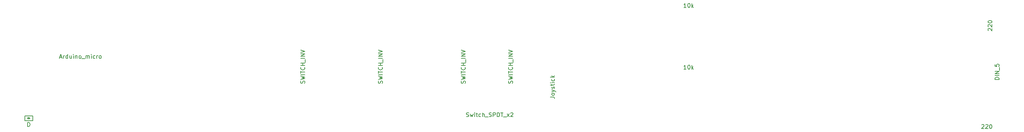
<source format=gbr>
G04 #@! TF.FileFunction,Other,Fab,Top*
%FSLAX46Y46*%
G04 Gerber Fmt 4.6, Leading zero omitted, Abs format (unit mm)*
G04 Created by KiCad (PCBNEW 4.0.4+e1-6308~48~ubuntu16.04.1-stable) date Sun Oct  9 19:18:54 2016*
%MOMM*%
%LPD*%
G01*
G04 APERTURE LIST*
%ADD10C,0.100000*%
%ADD11C,0.150000*%
G04 APERTURE END LIST*
D10*
D11*
X140770000Y-146050000D02*
X140570000Y-146050000D01*
X141070000Y-146050000D02*
X141270000Y-146050000D01*
X141070000Y-146250000D02*
X141070000Y-145850000D01*
X140770000Y-145850000D02*
X140770000Y-146250000D01*
X141070000Y-146050000D02*
X140770000Y-145850000D01*
X140770000Y-146250000D02*
X141070000Y-146050000D01*
X141970000Y-145450000D02*
X141970000Y-146650000D01*
X139970000Y-145450000D02*
X141970000Y-145450000D01*
X139970000Y-146650000D02*
X139970000Y-145450000D01*
X141970000Y-146650000D02*
X139970000Y-146650000D01*
X378912381Y-136500952D02*
X377912381Y-136500952D01*
X377912381Y-136262857D01*
X377960000Y-136119999D01*
X378055238Y-136024761D01*
X378150476Y-135977142D01*
X378340952Y-135929523D01*
X378483810Y-135929523D01*
X378674286Y-135977142D01*
X378769524Y-136024761D01*
X378864762Y-136119999D01*
X378912381Y-136262857D01*
X378912381Y-136500952D01*
X378912381Y-135500952D02*
X377912381Y-135500952D01*
X378912381Y-135024762D02*
X377912381Y-135024762D01*
X378912381Y-134453333D01*
X377912381Y-134453333D01*
X379007619Y-134215238D02*
X379007619Y-133453333D01*
X377912381Y-132739047D02*
X377912381Y-133215238D01*
X378388571Y-133262857D01*
X378340952Y-133215238D01*
X378293333Y-133120000D01*
X378293333Y-132881904D01*
X378340952Y-132786666D01*
X378388571Y-132739047D01*
X378483810Y-132691428D01*
X378721905Y-132691428D01*
X378817143Y-132739047D01*
X378864762Y-132786666D01*
X378912381Y-132881904D01*
X378912381Y-133120000D01*
X378864762Y-133215238D01*
X378817143Y-133262857D01*
X208604762Y-137421428D02*
X208652381Y-137278571D01*
X208652381Y-137040475D01*
X208604762Y-136945237D01*
X208557143Y-136897618D01*
X208461905Y-136849999D01*
X208366667Y-136849999D01*
X208271429Y-136897618D01*
X208223810Y-136945237D01*
X208176190Y-137040475D01*
X208128571Y-137230952D01*
X208080952Y-137326190D01*
X208033333Y-137373809D01*
X207938095Y-137421428D01*
X207842857Y-137421428D01*
X207747619Y-137373809D01*
X207700000Y-137326190D01*
X207652381Y-137230952D01*
X207652381Y-136992856D01*
X207700000Y-136849999D01*
X207652381Y-136516666D02*
X208652381Y-136278571D01*
X207938095Y-136088094D01*
X208652381Y-135897618D01*
X207652381Y-135659523D01*
X208652381Y-135278571D02*
X207652381Y-135278571D01*
X207652381Y-134945238D02*
X207652381Y-134373809D01*
X208652381Y-134659524D02*
X207652381Y-134659524D01*
X208557143Y-133469047D02*
X208604762Y-133516666D01*
X208652381Y-133659523D01*
X208652381Y-133754761D01*
X208604762Y-133897619D01*
X208509524Y-133992857D01*
X208414286Y-134040476D01*
X208223810Y-134088095D01*
X208080952Y-134088095D01*
X207890476Y-134040476D01*
X207795238Y-133992857D01*
X207700000Y-133897619D01*
X207652381Y-133754761D01*
X207652381Y-133659523D01*
X207700000Y-133516666D01*
X207747619Y-133469047D01*
X208652381Y-133040476D02*
X207652381Y-133040476D01*
X208128571Y-133040476D02*
X208128571Y-132469047D01*
X208652381Y-132469047D02*
X207652381Y-132469047D01*
X208747619Y-132230952D02*
X208747619Y-131469047D01*
X208652381Y-131230952D02*
X207652381Y-131230952D01*
X208652381Y-130754762D02*
X207652381Y-130754762D01*
X208652381Y-130183333D01*
X207652381Y-130183333D01*
X207652381Y-129850000D02*
X208652381Y-129516667D01*
X207652381Y-129183333D01*
X227654762Y-137421428D02*
X227702381Y-137278571D01*
X227702381Y-137040475D01*
X227654762Y-136945237D01*
X227607143Y-136897618D01*
X227511905Y-136849999D01*
X227416667Y-136849999D01*
X227321429Y-136897618D01*
X227273810Y-136945237D01*
X227226190Y-137040475D01*
X227178571Y-137230952D01*
X227130952Y-137326190D01*
X227083333Y-137373809D01*
X226988095Y-137421428D01*
X226892857Y-137421428D01*
X226797619Y-137373809D01*
X226750000Y-137326190D01*
X226702381Y-137230952D01*
X226702381Y-136992856D01*
X226750000Y-136849999D01*
X226702381Y-136516666D02*
X227702381Y-136278571D01*
X226988095Y-136088094D01*
X227702381Y-135897618D01*
X226702381Y-135659523D01*
X227702381Y-135278571D02*
X226702381Y-135278571D01*
X226702381Y-134945238D02*
X226702381Y-134373809D01*
X227702381Y-134659524D02*
X226702381Y-134659524D01*
X227607143Y-133469047D02*
X227654762Y-133516666D01*
X227702381Y-133659523D01*
X227702381Y-133754761D01*
X227654762Y-133897619D01*
X227559524Y-133992857D01*
X227464286Y-134040476D01*
X227273810Y-134088095D01*
X227130952Y-134088095D01*
X226940476Y-134040476D01*
X226845238Y-133992857D01*
X226750000Y-133897619D01*
X226702381Y-133754761D01*
X226702381Y-133659523D01*
X226750000Y-133516666D01*
X226797619Y-133469047D01*
X227702381Y-133040476D02*
X226702381Y-133040476D01*
X227178571Y-133040476D02*
X227178571Y-132469047D01*
X227702381Y-132469047D02*
X226702381Y-132469047D01*
X227797619Y-132230952D02*
X227797619Y-131469047D01*
X227702381Y-131230952D02*
X226702381Y-131230952D01*
X227702381Y-130754762D02*
X226702381Y-130754762D01*
X227702381Y-130183333D01*
X226702381Y-130183333D01*
X226702381Y-129850000D02*
X227702381Y-129516667D01*
X226702381Y-129183333D01*
X247974762Y-137421428D02*
X248022381Y-137278571D01*
X248022381Y-137040475D01*
X247974762Y-136945237D01*
X247927143Y-136897618D01*
X247831905Y-136849999D01*
X247736667Y-136849999D01*
X247641429Y-136897618D01*
X247593810Y-136945237D01*
X247546190Y-137040475D01*
X247498571Y-137230952D01*
X247450952Y-137326190D01*
X247403333Y-137373809D01*
X247308095Y-137421428D01*
X247212857Y-137421428D01*
X247117619Y-137373809D01*
X247070000Y-137326190D01*
X247022381Y-137230952D01*
X247022381Y-136992856D01*
X247070000Y-136849999D01*
X247022381Y-136516666D02*
X248022381Y-136278571D01*
X247308095Y-136088094D01*
X248022381Y-135897618D01*
X247022381Y-135659523D01*
X248022381Y-135278571D02*
X247022381Y-135278571D01*
X247022381Y-134945238D02*
X247022381Y-134373809D01*
X248022381Y-134659524D02*
X247022381Y-134659524D01*
X247927143Y-133469047D02*
X247974762Y-133516666D01*
X248022381Y-133659523D01*
X248022381Y-133754761D01*
X247974762Y-133897619D01*
X247879524Y-133992857D01*
X247784286Y-134040476D01*
X247593810Y-134088095D01*
X247450952Y-134088095D01*
X247260476Y-134040476D01*
X247165238Y-133992857D01*
X247070000Y-133897619D01*
X247022381Y-133754761D01*
X247022381Y-133659523D01*
X247070000Y-133516666D01*
X247117619Y-133469047D01*
X248022381Y-133040476D02*
X247022381Y-133040476D01*
X247498571Y-133040476D02*
X247498571Y-132469047D01*
X248022381Y-132469047D02*
X247022381Y-132469047D01*
X248117619Y-132230952D02*
X248117619Y-131469047D01*
X248022381Y-131230952D02*
X247022381Y-131230952D01*
X248022381Y-130754762D02*
X247022381Y-130754762D01*
X248022381Y-130183333D01*
X247022381Y-130183333D01*
X247022381Y-129850000D02*
X248022381Y-129516667D01*
X247022381Y-129183333D01*
X259564762Y-137421428D02*
X259612381Y-137278571D01*
X259612381Y-137040475D01*
X259564762Y-136945237D01*
X259517143Y-136897618D01*
X259421905Y-136849999D01*
X259326667Y-136849999D01*
X259231429Y-136897618D01*
X259183810Y-136945237D01*
X259136190Y-137040475D01*
X259088571Y-137230952D01*
X259040952Y-137326190D01*
X258993333Y-137373809D01*
X258898095Y-137421428D01*
X258802857Y-137421428D01*
X258707619Y-137373809D01*
X258660000Y-137326190D01*
X258612381Y-137230952D01*
X258612381Y-136992856D01*
X258660000Y-136849999D01*
X258612381Y-136516666D02*
X259612381Y-136278571D01*
X258898095Y-136088094D01*
X259612381Y-135897618D01*
X258612381Y-135659523D01*
X259612381Y-135278571D02*
X258612381Y-135278571D01*
X258612381Y-134945238D02*
X258612381Y-134373809D01*
X259612381Y-134659524D02*
X258612381Y-134659524D01*
X259517143Y-133469047D02*
X259564762Y-133516666D01*
X259612381Y-133659523D01*
X259612381Y-133754761D01*
X259564762Y-133897619D01*
X259469524Y-133992857D01*
X259374286Y-134040476D01*
X259183810Y-134088095D01*
X259040952Y-134088095D01*
X258850476Y-134040476D01*
X258755238Y-133992857D01*
X258660000Y-133897619D01*
X258612381Y-133754761D01*
X258612381Y-133659523D01*
X258660000Y-133516666D01*
X258707619Y-133469047D01*
X259612381Y-133040476D02*
X258612381Y-133040476D01*
X259088571Y-133040476D02*
X259088571Y-132469047D01*
X259612381Y-132469047D02*
X258612381Y-132469047D01*
X259707619Y-132230952D02*
X259707619Y-131469047D01*
X259612381Y-131230952D02*
X258612381Y-131230952D01*
X259612381Y-130754762D02*
X258612381Y-130754762D01*
X259612381Y-130183333D01*
X258612381Y-130183333D01*
X258612381Y-129850000D02*
X259612381Y-129516667D01*
X258612381Y-129183333D01*
X148598571Y-130976667D02*
X149074762Y-130976667D01*
X148503333Y-131262381D02*
X148836666Y-130262381D01*
X149170000Y-131262381D01*
X149503333Y-131262381D02*
X149503333Y-130595714D01*
X149503333Y-130786190D02*
X149550952Y-130690952D01*
X149598571Y-130643333D01*
X149693809Y-130595714D01*
X149789048Y-130595714D01*
X150550953Y-131262381D02*
X150550953Y-130262381D01*
X150550953Y-131214762D02*
X150455715Y-131262381D01*
X150265238Y-131262381D01*
X150170000Y-131214762D01*
X150122381Y-131167143D01*
X150074762Y-131071905D01*
X150074762Y-130786190D01*
X150122381Y-130690952D01*
X150170000Y-130643333D01*
X150265238Y-130595714D01*
X150455715Y-130595714D01*
X150550953Y-130643333D01*
X151455715Y-130595714D02*
X151455715Y-131262381D01*
X151027143Y-130595714D02*
X151027143Y-131119524D01*
X151074762Y-131214762D01*
X151170000Y-131262381D01*
X151312858Y-131262381D01*
X151408096Y-131214762D01*
X151455715Y-131167143D01*
X151931905Y-131262381D02*
X151931905Y-130595714D01*
X151931905Y-130262381D02*
X151884286Y-130310000D01*
X151931905Y-130357619D01*
X151979524Y-130310000D01*
X151931905Y-130262381D01*
X151931905Y-130357619D01*
X152408095Y-130595714D02*
X152408095Y-131262381D01*
X152408095Y-130690952D02*
X152455714Y-130643333D01*
X152550952Y-130595714D01*
X152693810Y-130595714D01*
X152789048Y-130643333D01*
X152836667Y-130738571D01*
X152836667Y-131262381D01*
X153455714Y-131262381D02*
X153360476Y-131214762D01*
X153312857Y-131167143D01*
X153265238Y-131071905D01*
X153265238Y-130786190D01*
X153312857Y-130690952D01*
X153360476Y-130643333D01*
X153455714Y-130595714D01*
X153598572Y-130595714D01*
X153693810Y-130643333D01*
X153741429Y-130690952D01*
X153789048Y-130786190D01*
X153789048Y-131071905D01*
X153741429Y-131167143D01*
X153693810Y-131214762D01*
X153598572Y-131262381D01*
X153455714Y-131262381D01*
X153979524Y-131357619D02*
X154741429Y-131357619D01*
X154979524Y-131262381D02*
X154979524Y-130595714D01*
X154979524Y-130690952D02*
X155027143Y-130643333D01*
X155122381Y-130595714D01*
X155265239Y-130595714D01*
X155360477Y-130643333D01*
X155408096Y-130738571D01*
X155408096Y-131262381D01*
X155408096Y-130738571D02*
X155455715Y-130643333D01*
X155550953Y-130595714D01*
X155693810Y-130595714D01*
X155789048Y-130643333D01*
X155836667Y-130738571D01*
X155836667Y-131262381D01*
X156312857Y-131262381D02*
X156312857Y-130595714D01*
X156312857Y-130262381D02*
X156265238Y-130310000D01*
X156312857Y-130357619D01*
X156360476Y-130310000D01*
X156312857Y-130262381D01*
X156312857Y-130357619D01*
X157217619Y-131214762D02*
X157122381Y-131262381D01*
X156931904Y-131262381D01*
X156836666Y-131214762D01*
X156789047Y-131167143D01*
X156741428Y-131071905D01*
X156741428Y-130786190D01*
X156789047Y-130690952D01*
X156836666Y-130643333D01*
X156931904Y-130595714D01*
X157122381Y-130595714D01*
X157217619Y-130643333D01*
X157646190Y-131262381D02*
X157646190Y-130595714D01*
X157646190Y-130786190D02*
X157693809Y-130690952D01*
X157741428Y-130643333D01*
X157836666Y-130595714D01*
X157931905Y-130595714D01*
X158408095Y-131262381D02*
X158312857Y-131214762D01*
X158265238Y-131167143D01*
X158217619Y-131071905D01*
X158217619Y-130786190D01*
X158265238Y-130690952D01*
X158312857Y-130643333D01*
X158408095Y-130595714D01*
X158550953Y-130595714D01*
X158646191Y-130643333D01*
X158693810Y-130690952D01*
X158741429Y-130786190D01*
X158741429Y-131071905D01*
X158693810Y-131167143D01*
X158646191Y-131214762D01*
X158550953Y-131262381D01*
X158408095Y-131262381D01*
X140708095Y-148102381D02*
X140708095Y-147102381D01*
X140946190Y-147102381D01*
X141089048Y-147150000D01*
X141184286Y-147245238D01*
X141231905Y-147340476D01*
X141279524Y-147530952D01*
X141279524Y-147673810D01*
X141231905Y-147864286D01*
X141184286Y-147959524D01*
X141089048Y-148054762D01*
X140946190Y-148102381D01*
X140708095Y-148102381D01*
X376297619Y-124428095D02*
X376250000Y-124380476D01*
X376202381Y-124285238D01*
X376202381Y-124047142D01*
X376250000Y-123951904D01*
X376297619Y-123904285D01*
X376392857Y-123856666D01*
X376488095Y-123856666D01*
X376630952Y-123904285D01*
X377202381Y-124475714D01*
X377202381Y-123856666D01*
X376297619Y-123475714D02*
X376250000Y-123428095D01*
X376202381Y-123332857D01*
X376202381Y-123094761D01*
X376250000Y-122999523D01*
X376297619Y-122951904D01*
X376392857Y-122904285D01*
X376488095Y-122904285D01*
X376630952Y-122951904D01*
X377202381Y-123523333D01*
X377202381Y-122904285D01*
X376202381Y-122285238D02*
X376202381Y-122189999D01*
X376250000Y-122094761D01*
X376297619Y-122047142D01*
X376392857Y-121999523D01*
X376583333Y-121951904D01*
X376821429Y-121951904D01*
X377011905Y-121999523D01*
X377107143Y-122047142D01*
X377154762Y-122094761D01*
X377202381Y-122189999D01*
X377202381Y-122285238D01*
X377154762Y-122380476D01*
X377107143Y-122428095D01*
X377011905Y-122475714D01*
X376821429Y-122523333D01*
X376583333Y-122523333D01*
X376392857Y-122475714D01*
X376297619Y-122428095D01*
X376250000Y-122380476D01*
X376202381Y-122285238D01*
X374681905Y-147697619D02*
X374729524Y-147650000D01*
X374824762Y-147602381D01*
X375062858Y-147602381D01*
X375158096Y-147650000D01*
X375205715Y-147697619D01*
X375253334Y-147792857D01*
X375253334Y-147888095D01*
X375205715Y-148030952D01*
X374634286Y-148602381D01*
X375253334Y-148602381D01*
X375634286Y-147697619D02*
X375681905Y-147650000D01*
X375777143Y-147602381D01*
X376015239Y-147602381D01*
X376110477Y-147650000D01*
X376158096Y-147697619D01*
X376205715Y-147792857D01*
X376205715Y-147888095D01*
X376158096Y-148030952D01*
X375586667Y-148602381D01*
X376205715Y-148602381D01*
X376824762Y-147602381D02*
X376920001Y-147602381D01*
X377015239Y-147650000D01*
X377062858Y-147697619D01*
X377110477Y-147792857D01*
X377158096Y-147983333D01*
X377158096Y-148221429D01*
X377110477Y-148411905D01*
X377062858Y-148507143D01*
X377015239Y-148554762D01*
X376920001Y-148602381D01*
X376824762Y-148602381D01*
X376729524Y-148554762D01*
X376681905Y-148507143D01*
X376634286Y-148411905D01*
X376586667Y-148221429D01*
X376586667Y-147983333D01*
X376634286Y-147792857D01*
X376681905Y-147697619D01*
X376729524Y-147650000D01*
X376824762Y-147602381D01*
X302184762Y-133922381D02*
X301613333Y-133922381D01*
X301899047Y-133922381D02*
X301899047Y-132922381D01*
X301803809Y-133065238D01*
X301708571Y-133160476D01*
X301613333Y-133208095D01*
X302803809Y-132922381D02*
X302899048Y-132922381D01*
X302994286Y-132970000D01*
X303041905Y-133017619D01*
X303089524Y-133112857D01*
X303137143Y-133303333D01*
X303137143Y-133541429D01*
X303089524Y-133731905D01*
X303041905Y-133827143D01*
X302994286Y-133874762D01*
X302899048Y-133922381D01*
X302803809Y-133922381D01*
X302708571Y-133874762D01*
X302660952Y-133827143D01*
X302613333Y-133731905D01*
X302565714Y-133541429D01*
X302565714Y-133303333D01*
X302613333Y-133112857D01*
X302660952Y-133017619D01*
X302708571Y-132970000D01*
X302803809Y-132922381D01*
X303565714Y-133922381D02*
X303565714Y-132922381D01*
X303660952Y-133541429D02*
X303946667Y-133922381D01*
X303946667Y-133255714D02*
X303565714Y-133636667D01*
X302184762Y-118682381D02*
X301613333Y-118682381D01*
X301899047Y-118682381D02*
X301899047Y-117682381D01*
X301803809Y-117825238D01*
X301708571Y-117920476D01*
X301613333Y-117968095D01*
X302803809Y-117682381D02*
X302899048Y-117682381D01*
X302994286Y-117730000D01*
X303041905Y-117777619D01*
X303089524Y-117872857D01*
X303137143Y-118063333D01*
X303137143Y-118301429D01*
X303089524Y-118491905D01*
X303041905Y-118587143D01*
X302994286Y-118634762D01*
X302899048Y-118682381D01*
X302803809Y-118682381D01*
X302708571Y-118634762D01*
X302660952Y-118587143D01*
X302613333Y-118491905D01*
X302565714Y-118301429D01*
X302565714Y-118063333D01*
X302613333Y-117872857D01*
X302660952Y-117777619D01*
X302708571Y-117730000D01*
X302803809Y-117682381D01*
X303565714Y-118682381D02*
X303565714Y-117682381D01*
X303660952Y-118301429D02*
X303946667Y-118682381D01*
X303946667Y-118015714D02*
X303565714Y-118396667D01*
X248285714Y-145624762D02*
X248428571Y-145672381D01*
X248666667Y-145672381D01*
X248761905Y-145624762D01*
X248809524Y-145577143D01*
X248857143Y-145481905D01*
X248857143Y-145386667D01*
X248809524Y-145291429D01*
X248761905Y-145243810D01*
X248666667Y-145196190D01*
X248476190Y-145148571D01*
X248380952Y-145100952D01*
X248333333Y-145053333D01*
X248285714Y-144958095D01*
X248285714Y-144862857D01*
X248333333Y-144767619D01*
X248380952Y-144720000D01*
X248476190Y-144672381D01*
X248714286Y-144672381D01*
X248857143Y-144720000D01*
X249190476Y-145005714D02*
X249380952Y-145672381D01*
X249571429Y-145196190D01*
X249761905Y-145672381D01*
X249952381Y-145005714D01*
X250333333Y-145672381D02*
X250333333Y-145005714D01*
X250333333Y-144672381D02*
X250285714Y-144720000D01*
X250333333Y-144767619D01*
X250380952Y-144720000D01*
X250333333Y-144672381D01*
X250333333Y-144767619D01*
X250666666Y-145005714D02*
X251047618Y-145005714D01*
X250809523Y-144672381D02*
X250809523Y-145529524D01*
X250857142Y-145624762D01*
X250952380Y-145672381D01*
X251047618Y-145672381D01*
X251809524Y-145624762D02*
X251714286Y-145672381D01*
X251523809Y-145672381D01*
X251428571Y-145624762D01*
X251380952Y-145577143D01*
X251333333Y-145481905D01*
X251333333Y-145196190D01*
X251380952Y-145100952D01*
X251428571Y-145053333D01*
X251523809Y-145005714D01*
X251714286Y-145005714D01*
X251809524Y-145053333D01*
X252238095Y-145672381D02*
X252238095Y-144672381D01*
X252666667Y-145672381D02*
X252666667Y-145148571D01*
X252619048Y-145053333D01*
X252523810Y-145005714D01*
X252380952Y-145005714D01*
X252285714Y-145053333D01*
X252238095Y-145100952D01*
X252904762Y-145767619D02*
X253666667Y-145767619D01*
X253857143Y-145624762D02*
X254000000Y-145672381D01*
X254238096Y-145672381D01*
X254333334Y-145624762D01*
X254380953Y-145577143D01*
X254428572Y-145481905D01*
X254428572Y-145386667D01*
X254380953Y-145291429D01*
X254333334Y-145243810D01*
X254238096Y-145196190D01*
X254047619Y-145148571D01*
X253952381Y-145100952D01*
X253904762Y-145053333D01*
X253857143Y-144958095D01*
X253857143Y-144862857D01*
X253904762Y-144767619D01*
X253952381Y-144720000D01*
X254047619Y-144672381D01*
X254285715Y-144672381D01*
X254428572Y-144720000D01*
X254857143Y-145672381D02*
X254857143Y-144672381D01*
X255238096Y-144672381D01*
X255333334Y-144720000D01*
X255380953Y-144767619D01*
X255428572Y-144862857D01*
X255428572Y-145005714D01*
X255380953Y-145100952D01*
X255333334Y-145148571D01*
X255238096Y-145196190D01*
X254857143Y-145196190D01*
X255857143Y-145672381D02*
X255857143Y-144672381D01*
X256095238Y-144672381D01*
X256238096Y-144720000D01*
X256333334Y-144815238D01*
X256380953Y-144910476D01*
X256428572Y-145100952D01*
X256428572Y-145243810D01*
X256380953Y-145434286D01*
X256333334Y-145529524D01*
X256238096Y-145624762D01*
X256095238Y-145672381D01*
X255857143Y-145672381D01*
X256714286Y-144672381D02*
X257285715Y-144672381D01*
X257000000Y-145672381D02*
X257000000Y-144672381D01*
X257380953Y-145767619D02*
X258142858Y-145767619D01*
X258285715Y-145672381D02*
X258809525Y-145005714D01*
X258285715Y-145005714D02*
X258809525Y-145672381D01*
X259142858Y-144767619D02*
X259190477Y-144720000D01*
X259285715Y-144672381D01*
X259523811Y-144672381D01*
X259619049Y-144720000D01*
X259666668Y-144767619D01*
X259714287Y-144862857D01*
X259714287Y-144958095D01*
X259666668Y-145100952D01*
X259095239Y-145672381D01*
X259714287Y-145672381D01*
X268892381Y-140802381D02*
X269606667Y-140802381D01*
X269749524Y-140850001D01*
X269844762Y-140945239D01*
X269892381Y-141088096D01*
X269892381Y-141183334D01*
X269892381Y-140183334D02*
X269844762Y-140278572D01*
X269797143Y-140326191D01*
X269701905Y-140373810D01*
X269416190Y-140373810D01*
X269320952Y-140326191D01*
X269273333Y-140278572D01*
X269225714Y-140183334D01*
X269225714Y-140040476D01*
X269273333Y-139945238D01*
X269320952Y-139897619D01*
X269416190Y-139850000D01*
X269701905Y-139850000D01*
X269797143Y-139897619D01*
X269844762Y-139945238D01*
X269892381Y-140040476D01*
X269892381Y-140183334D01*
X269225714Y-139516667D02*
X269892381Y-139278572D01*
X269225714Y-139040476D02*
X269892381Y-139278572D01*
X270130476Y-139373810D01*
X270178095Y-139421429D01*
X270225714Y-139516667D01*
X269844762Y-138707143D02*
X269892381Y-138611905D01*
X269892381Y-138421429D01*
X269844762Y-138326190D01*
X269749524Y-138278571D01*
X269701905Y-138278571D01*
X269606667Y-138326190D01*
X269559048Y-138421429D01*
X269559048Y-138564286D01*
X269511429Y-138659524D01*
X269416190Y-138707143D01*
X269368571Y-138707143D01*
X269273333Y-138659524D01*
X269225714Y-138564286D01*
X269225714Y-138421429D01*
X269273333Y-138326190D01*
X269225714Y-137992857D02*
X269225714Y-137611905D01*
X268892381Y-137850000D02*
X269749524Y-137850000D01*
X269844762Y-137802381D01*
X269892381Y-137707143D01*
X269892381Y-137611905D01*
X269892381Y-137278571D02*
X269225714Y-137278571D01*
X268892381Y-137278571D02*
X268940000Y-137326190D01*
X268987619Y-137278571D01*
X268940000Y-137230952D01*
X268892381Y-137278571D01*
X268987619Y-137278571D01*
X269844762Y-136373809D02*
X269892381Y-136469047D01*
X269892381Y-136659524D01*
X269844762Y-136754762D01*
X269797143Y-136802381D01*
X269701905Y-136850000D01*
X269416190Y-136850000D01*
X269320952Y-136802381D01*
X269273333Y-136754762D01*
X269225714Y-136659524D01*
X269225714Y-136469047D01*
X269273333Y-136373809D01*
X269892381Y-135945238D02*
X268892381Y-135945238D01*
X269511429Y-135850000D02*
X269892381Y-135564285D01*
X269225714Y-135564285D02*
X269606667Y-135945238D01*
M02*

</source>
